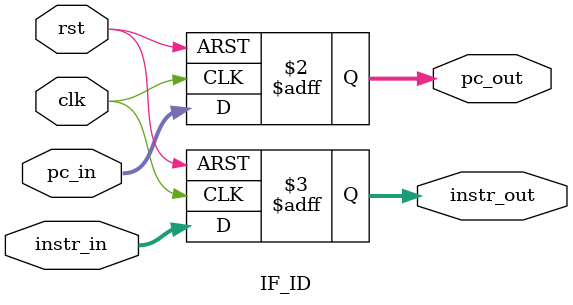
<source format=v>
`timescale 1ns / 1ps

module IF_ID(
    input  wire        clk,
    input  wire        rst,
    input  wire [31:0] pc_in,
    input  wire [31:0] instr_in,
    output reg  [31:0] pc_out,
    output reg  [31:0] instr_out
);
    always @(posedge clk or posedge rst) begin
        if (rst) begin
            pc_out    <= 32'b0;
            instr_out <= 32'b0;
        end else begin
            pc_out    <= pc_in;
            instr_out <= instr_in;
        end
    end
endmodule

</source>
